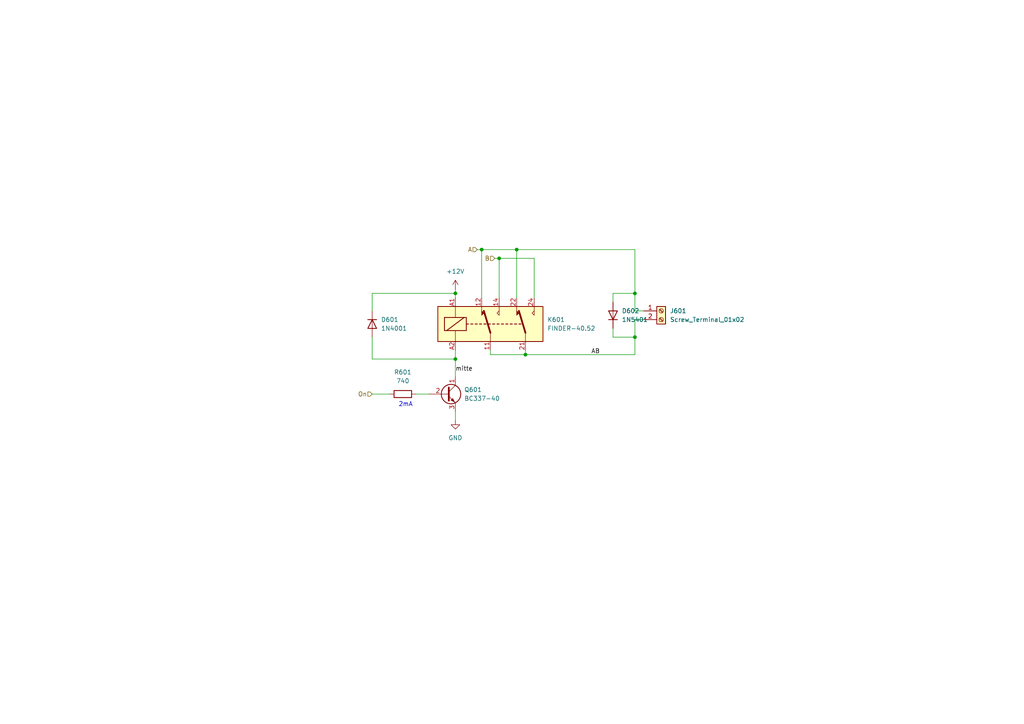
<source format=kicad_sch>
(kicad_sch (version 20211123) (generator eeschema)
  (paper "A4")
  (lib_symbols
    (symbol "Connector:Screw_Terminal_01x02" (pin_names (offset 1.016) hide)
      (property "Reference" "J" (at 0 2.54 0))
      (property "Value" "Screw_Terminal_01x02" (at 0 -5.08 0))
      (symbol "Screw_Terminal_01x02_1_1"
        (rectangle (start -1.27 1.27) (end 1.27 -3.81) (stroke (width 0.254)) (fill (type background)))
        (circle (center 0 -2.54) (radius 0.635) (stroke (width 0.1524)))
        (polyline (pts (xy -0.5334 -2.2098) (xy 0.3302 -3.048)) (stroke (width 0.1524)))
        (polyline (pts (xy -0.5334 0.3302) (xy 0.3302 -0.508)) (stroke (width 0.1524)))
        (polyline (pts (xy -0.3556 -2.032) (xy 0.508 -2.8702)) (stroke (width 0.1524)))
        (polyline (pts (xy -0.3556 0.508) (xy 0.508 -0.3302)) (stroke (width 0.1524)))
        (circle (center 0 0) (radius 0.635) (stroke (width 0.1524)))
        (pin passive line (at -5.08 0 0) (length 3.81) (name "Pin_1") (number "1"))
        (pin passive line (at -5.08 -2.54 0) (length 3.81) (name "Pin_2") (number "2"))
      )
    )
    (symbol "Device:R" (pin_numbers hide) (pin_names (offset 0))
      (property "Reference" "R" (at 2.032 0 90))
      (property "Value" "R" (at 0 0 90))
      (symbol "R_0_1"
        (rectangle (start -1.016 -2.54) (end 1.016 2.54) (stroke (width 0.254)))
      )
      (symbol "R_1_1"
        (pin passive line (at 0 3.81 270) (length 1.27) (name "~") (number "1"))
        (pin passive line (at 0 -3.81 90) (length 1.27) (name "~") (number "2"))
      )
    )
    (symbol "Diode:1N4001" (pin_numbers hide) (pin_names (offset 1.016) hide)
      (property "Reference" "D" (at 0 2.54 0))
      (property "Value" "1N4001" (at 0 -2.54 0))
      (symbol "1N4001_0_1"
        (polyline (pts (xy -1.27 1.27) (xy -1.27 -1.27)) (stroke (width 0.254)))
        (polyline (pts (xy 1.27 0) (xy -1.27 0)))
        (polyline (pts (xy 1.27 1.27) (xy 1.27 -1.27) (xy -1.27 0) (xy 1.27 1.27)) (stroke (width 0.254)))
      )
      (symbol "1N4001_1_1"
        (pin passive line (at -3.81 0 0) (length 2.54) (name "K") (number "1"))
        (pin passive line (at 3.81 0 180) (length 2.54) (name "A") (number "2"))
      )
    )
    (symbol "Diode:1N5401" (pin_numbers hide) (pin_names (offset 1.016) hide)
      (property "Reference" "D" (at 0 2.54 0))
      (property "Value" "1N5401" (at 0 -2.54 0))
      (symbol "1N5401_0_1"
        (polyline (pts (xy -1.27 1.27) (xy -1.27 -1.27)) (stroke (width 0.254)))
        (polyline (pts (xy 1.27 0) (xy -1.27 0)))
        (polyline (pts (xy 1.27 1.27) (xy 1.27 -1.27) (xy -1.27 0) (xy 1.27 1.27)) (stroke (width 0.254)))
      )
      (symbol "1N5401_1_1"
        (pin passive line (at -3.81 0 0) (length 2.54) (name "K") (number "1"))
        (pin passive line (at 3.81 0 180) (length 2.54) (name "A") (number "2"))
      )
    )
    (symbol "Relay:FINDER-40.52"
      (property "Reference" "K" (at 16.51 3.81 0))
      (property "Value" "FINDER-40.52" (at 16.51 1.27 0))
      (symbol "FINDER-40.52_0_1"
        (rectangle (start -15.24 5.08) (end 15.24 -5.08) (stroke (width 0.254)) (fill (type background)))
        (rectangle (start -13.335 1.905) (end -6.985 -1.905) (stroke (width 0.254)))
        (polyline (pts (xy -12.7 -1.905) (xy -7.62 1.905)) (stroke (width 0.254)))
        (polyline (pts (xy -10.16 -5.08) (xy -10.16 -1.905)))
        (polyline (pts (xy -10.16 5.08) (xy -10.16 1.905)))
        (polyline (pts (xy -6.985 0) (xy -6.35 0)) (stroke (width 0.254)))
        (polyline (pts (xy -5.715 0) (xy -5.08 0)) (stroke (width 0.254)))
        (polyline (pts (xy -4.445 0) (xy -3.81 0)) (stroke (width 0.254)))
        (polyline (pts (xy -3.175 0) (xy -2.54 0)) (stroke (width 0.254)))
        (polyline (pts (xy -1.905 0) (xy -1.27 0)) (stroke (width 0.254)))
        (polyline (pts (xy -0.635 0) (xy 0 0)) (stroke (width 0.254)))
        (polyline (pts (xy 0 -2.54) (xy -1.905 3.81)) (stroke (width 0.508)))
        (polyline (pts (xy 0 -2.54) (xy 0 -5.08)))
        (polyline (pts (xy 0.635 0) (xy 1.27 0)) (stroke (width 0.254)))
        (polyline (pts (xy 1.905 0) (xy 2.54 0)) (stroke (width 0.254)))
        (polyline (pts (xy 3.175 0) (xy 3.81 0)) (stroke (width 0.254)))
        (polyline (pts (xy 4.445 0) (xy 5.08 0)) (stroke (width 0.254)))
        (polyline (pts (xy 5.715 0) (xy 6.35 0)) (stroke (width 0.254)))
        (polyline (pts (xy 6.985 0) (xy 7.62 0)) (stroke (width 0.254)))
        (polyline (pts (xy 8.255 0) (xy 8.89 0)) (stroke (width 0.254)))
        (polyline (pts (xy 10.16 -2.54) (xy 8.255 3.81)) (stroke (width 0.508)))
        (polyline (pts (xy 10.16 -2.54) (xy 10.16 -5.08)))
        (polyline (pts (xy -2.54 5.08) (xy -2.54 2.54) (xy -1.905 3.175) (xy -2.54 3.81)) (fill (type outline)))
        (polyline (pts (xy 2.54 5.08) (xy 2.54 2.54) (xy 1.905 3.175) (xy 2.54 3.81)))
        (polyline (pts (xy 7.62 5.08) (xy 7.62 2.54) (xy 8.255 3.175) (xy 7.62 3.81)) (fill (type outline)))
        (polyline (pts (xy 12.7 5.08) (xy 12.7 2.54) (xy 12.065 3.175) (xy 12.7 3.81)))
      )
      (symbol "FINDER-40.52_1_1"
        (pin passive line (at 0 -7.62 90) (length 2.54) (name "~") (number "11"))
        (pin passive line (at -2.54 7.62 270) (length 2.54) (name "~") (number "12"))
        (pin passive line (at 2.54 7.62 270) (length 2.54) (name "~") (number "14"))
        (pin passive line (at 10.16 -7.62 90) (length 2.54) (name "~") (number "21"))
        (pin passive line (at 7.62 7.62 270) (length 2.54) (name "~") (number "22"))
        (pin passive line (at 12.7 7.62 270) (length 2.54) (name "~") (number "24"))
        (pin passive line (at -10.16 7.62 270) (length 2.54) (name "~") (number "A1"))
        (pin passive line (at -10.16 -7.62 90) (length 2.54) (name "~") (number "A2"))
      )
    )
    (symbol "Transistor_BJT:BC337" (pin_names (offset 0) hide)
      (property "Reference" "Q" (at 5.08 1.905 0))
      (property "Value" "BC337" (at 5.08 0 0))
      (symbol "BC337_0_1"
        (polyline (pts (xy 0 0) (xy 0.635 0)))
        (polyline (pts (xy 0.635 0.635) (xy 2.54 2.54)))
        (polyline (pts (xy 0.635 -0.635) (xy 2.54 -2.54) (xy 2.54 -2.54)))
        (polyline (pts (xy 0.635 1.905) (xy 0.635 -1.905) (xy 0.635 -1.905)) (stroke (width 0.508)))
        (polyline (pts (xy 1.27 -1.778) (xy 1.778 -1.27) (xy 2.286 -2.286) (xy 1.27 -1.778) (xy 1.27 -1.778)) (fill (type outline)))
        (circle (center 1.27 0) (radius 2.8194) (stroke (width 0.254)))
      )
      (symbol "BC337_1_1"
        (pin passive line (at 2.54 5.08 270) (length 2.54) (name "C") (number "1"))
        (pin input line (at -5.08 0 0) (length 5.08) (name "B") (number "2"))
        (pin passive line (at 2.54 -5.08 90) (length 2.54) (name "E") (number "3"))
      )
    )
    (symbol "power:+12V" (power) (pin_names (offset 0))
      (property "Value" "+12V" (at 0 3.556 0))
      (symbol "+12V_0_1"
        (polyline (pts (xy -0.762 1.27) (xy 0 2.54)))
        (polyline (pts (xy 0 0) (xy 0 2.54)))
        (polyline (pts (xy 0 2.54) (xy 0.762 1.27)))
      )
      (symbol "+12V_1_1"
        (pin power_in line (at 0 0 90) (length 0) hide (name "+12V") (number "1"))
      )
    )
    (symbol "power:GND" (power) (pin_names (offset 0))
      (property "Value" "GND" (at 0 -3.81 0))
      (symbol "GND_0_1"
        (polyline (pts (xy 0 0) (xy 0 -1.27) (xy 1.27 -1.27) (xy 0 -2.54) (xy -1.27 -1.27) (xy 0 -1.27)))
      )
      (symbol "GND_1_1"
        (pin power_in line (at 0 0 270) (length 0) hide (name "GND") (number "1"))
      )
    )
  )
  (junction (at 139.7 72.39))
  (junction (at 132.08 85.09))
  (junction (at 149.86 72.39))
  (junction (at 144.78 74.93))
  (junction (at 132.08 104.14))
  (junction (at 184.15 85.09))
  (junction (at 184.15 97.79))
  (junction (at 152.4 102.87))
  (wire (pts (xy 184.15 85.09) (xy 184.15 72.39)))
  (wire (pts (xy 177.8 87.63) (xy 177.8 85.09)))
  (wire (pts (xy 149.86 72.39) (xy 149.86 86.36)))
  (wire (pts (xy 138.43 72.39) (xy 139.7 72.39)))
  (wire (pts (xy 107.95 114.3) (xy 113.03 114.3)))
  (wire (pts (xy 184.15 102.87) (xy 184.15 97.79)))
  (wire (pts (xy 132.08 85.09) (xy 132.08 86.36)))
  (wire (pts (xy 107.95 104.14) (xy 132.08 104.14)))
  (wire (pts (xy 142.24 102.87) (xy 152.4 102.87)))
  (wire (pts (xy 132.08 104.14) (xy 132.08 109.22)))
  (wire (pts (xy 184.15 90.17) (xy 184.15 85.09)))
  (wire (pts (xy 132.08 83.82) (xy 132.08 85.09)))
  (wire (pts (xy 107.95 90.17) (xy 107.95 85.09)))
  (wire (pts (xy 149.86 72.39) (xy 184.15 72.39)))
  (wire (pts (xy 139.7 72.39) (xy 139.7 86.36)))
  (wire (pts (xy 177.8 95.25) (xy 177.8 97.79)))
  (wire (pts (xy 139.7 72.39) (xy 149.86 72.39)))
  (wire (pts (xy 186.69 90.17) (xy 184.15 90.17)))
  (wire (pts (xy 177.8 85.09) (xy 184.15 85.09)))
  (wire (pts (xy 132.08 119.38) (xy 132.08 121.92)))
  (wire (pts (xy 184.15 92.71) (xy 186.69 92.71)))
  (wire (pts (xy 107.95 97.79) (xy 107.95 104.14)))
  (wire (pts (xy 120.65 114.3) (xy 124.46 114.3)))
  (wire (pts (xy 154.94 86.36) (xy 154.94 74.93)))
  (wire (pts (xy 177.8 97.79) (xy 184.15 97.79)))
  (wire (pts (xy 184.15 97.79) (xy 184.15 92.71)))
  (wire (pts (xy 144.78 74.93) (xy 143.51 74.93)))
  (wire (pts (xy 144.78 86.36) (xy 144.78 74.93)))
  (wire (pts (xy 152.4 102.87) (xy 184.15 102.87)))
  (wire (pts (xy 152.4 102.87) (xy 152.4 101.6)))
  (wire (pts (xy 142.24 101.6) (xy 142.24 102.87)))
  (wire (pts (xy 107.95 85.09) (xy 132.08 85.09)))
  (wire (pts (xy 154.94 74.93) (xy 144.78 74.93)))
  (wire (pts (xy 132.08 101.6) (xy 132.08 104.14)))
  (text "2mA" (at 115.57 118.11 0) (effects (font (size 1.27 1.27)) (justify left bottom)))
  (label "AB" (at 171.45 102.87 0))
  (label "mitte" (at 132.08 107.95 0))
  (hierarchical_label "On" (shape input) (at 107.95 114.3 180))
  (hierarchical_label "B" (shape input) (at 143.51 74.93 180))
  (hierarchical_label "A" (shape input) (at 138.43 72.39 180))
  (symbol (lib_id "Connector:Screw_Terminal_01x02") (at 191.77 90.17 0)
    (property "Reference" "J601" (at 194.31 90.1699 0) (effects (justify left)))
    (property "Value" "Screw_Terminal_01x02" (at 194.31 92.7099 0) (effects (justify left)))
    (property "Footprint" "TerminalBlock_Phoenix:TerminalBlock_Phoenix_MKDS-1,5-2-5.08_1x02_P5.08mm_Horizontal" (effects hide))
  )
  (symbol (lib_id "Diode:1N5401") (at 177.8 91.44 90)
    (property "Reference" "D602" (at 180.34 90.1699 90) (effects (justify right)))
    (property "Value" "1N5401" (at 180.34 92.7099 90) (effects (justify right)))
    (property "Footprint" "Diode_THT:D_DO-201AD_P15.24mm_Horizontal" (effects hide))
    (property "Datasheet" "http://www.vishay.com/docs/88516/1n5400.pdf" (effects hide))
  )
  (symbol (lib_id "power:+12V") (at 132.08 83.82 0)
    (property "Reference" "#PWR0601" (effects hide))
    (property "Value" "+12V" (at 132.08 78.74 0))
  )
  (symbol (lib_id "power:GND") (at 132.08 121.92 0)
    (property "Reference" "#PWR0602" (effects hide))
    (property "Value" "GND" (at 132.08 127 0))
  )
  (symbol (lib_id "Device:R") (at 116.84 114.3 90)
    (property "Reference" "R601" (at 116.84 107.95 90))
    (property "Value" "740" (at 116.84 110.49 90))
    (property "Footprint" "Resistor_THT:R_Axial_DIN0207_L6.3mm_D2.5mm_P10.16mm_Horizontal" (effects hide))
  )
  (symbol (lib_id "Relay:FINDER-40.52") (at 142.24 93.98 0)
    (property "Reference" "K601" (at 158.75 92.7099 0) (effects (justify left)))
    (property "Value" "FINDER-40.52" (at 158.75 95.2499 0) (effects (justify left)))
    (property "Footprint" "Relay_THT:Relay_DPDT_Finder_40.52" (effects hide))
    (property "Datasheet" "http://gfinder.findernet.com/assets/Series/353/S40EN.pdf" (effects hide))
  )
  (symbol (lib_id "Diode:1N4001") (at 107.95 93.98 270)
    (property "Reference" "D601" (at 110.49 92.7099 90) (effects (justify left)))
    (property "Value" "1N4001" (at 110.49 95.2499 90) (effects (justify left)))
    (property "Footprint" "Diode_THT:D_DO-41_SOD81_P10.16mm_Horizontal" (effects hide))
    (property "Datasheet" "http://www.vishay.com/docs/88503/1n4001.pdf" (effects hide))
  )
  (symbol (lib_id "Transistor_BJT:BC337") (at 129.54 114.3 0)
    (property "Reference" "Q601" (at 134.62 113.0299 0) (effects (justify left)))
    (property "Value" "BC337-40" (at 134.62 115.5699 0) (effects (justify left)))
    (property "Footprint" "Package_TO_SOT_THT:TO-92_Inline" (effects hide))
    (property "Datasheet" "https://diotec.com/tl_files/diotec/files/pdf/datasheets/bc337.pdf" (effects hide))
  )
)
</source>
